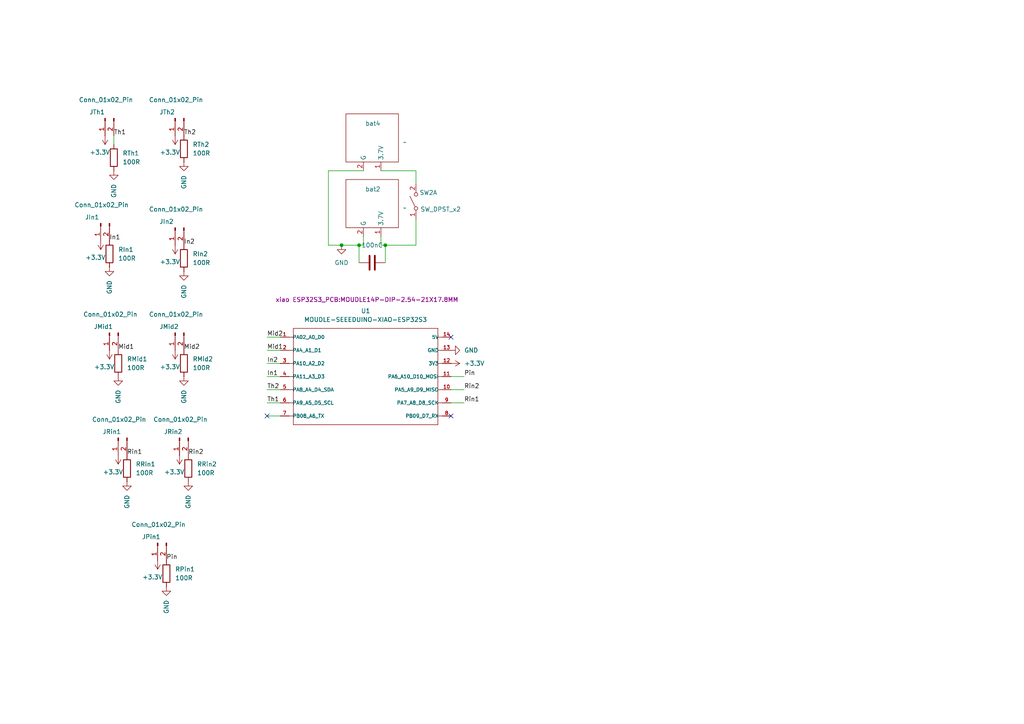
<source format=kicad_sch>
(kicad_sch (version 20250114) (generator "eeschema") (generator_version "9.0")
  (paper "A4")
  (lib_symbols
    (symbol "Connector:Conn_01x02_Pin" (pin_names (offset 1.016) (hide yes))
      (property "Reference" "J" (at 0 2.54 0))
      (property "Value" "Conn_01x02_Pin" (at 0 -5.08 0))
      (symbol "Conn_01x02_Pin_1_1"
        (rectangle (start 0.8636 0.127) (end 0 -0.127) (stroke (width 0.1524)) (fill (type outline)))
        (rectangle (start 0.8636 -2.413) (end 0 -2.667) (stroke (width 0.1524)) (fill (type outline)))
        (polyline (pts (xy 1.27 0) (xy 0.8636 0)) (stroke (width 0.1524)))
        (polyline (pts (xy 1.27 -2.54) (xy 0.8636 -2.54)) (stroke (width 0.1524)))
        (pin passive line (at 5.08 0 180) (length 3.81) (name "Pin_1") (number "1"))
        (pin passive line (at 5.08 -2.54 180) (length 3.81) (name "Pin_2") (number "2"))
      )
    )
    (symbol "Device:C" (pin_numbers (hide yes)) (pin_names (offset 0.254))
      (property "Reference" "C" (at 0.635 2.54 0))
      (property "Value" "C" (at 0.635 -2.54 0))
      (symbol "C_0_1"
        (polyline (pts (xy -2.032 0.762) (xy 2.032 0.762)) (stroke (width 0.508)))
        (polyline (pts (xy -2.032 -0.762) (xy 2.032 -0.762)) (stroke (width 0.508)))
      )
      (symbol "C_1_1"
        (pin passive line (at 0 3.81 270) (length 2.794) (name "~") (number "1"))
        (pin passive line (at 0 -3.81 90) (length 2.794) (name "~") (number "2"))
      )
    )
    (symbol "Device:R" (pin_numbers (hide yes)) (pin_names (offset 0))
      (property "Reference" "R" (at 2.032 0 90))
      (property "Value" "R" (at 0 0 90))
      (symbol "R_0_1"
        (rectangle (start -1.016 -2.54) (end 1.016 2.54) (stroke (width 0.254)))
      )
      (symbol "R_1_1"
        (pin passive line (at 0 3.81 270) (length 1.27) (name "~") (number "1"))
        (pin passive line (at 0 -3.81 90) (length 1.27) (name "~") (number "2"))
      )
    )
    (symbol "MOUDLE-SEEEDUINO-XIAO-ESP32S3:MOUDLE-SEEEDUINO-XIAO-ESP32S3" (pin_names (offset 1.016))
      (property "Reference" "U" (at -21.59 15.24 0))
      (property "Value" "MOUDLE-SEEEDUINO-XIAO-ESP32S3" (at -21.59 13.97 0))
      (symbol "MOUDLE-SEEEDUINO-XIAO-ESP32S3_0_0"
        (polyline (pts (xy -21.59 13.97) (xy 20.32 13.97)) (stroke (width 0.1524)))
        (polyline (pts (xy -21.59 11.43) (xy -22.86 11.43)) (stroke (width 0.1524)))
        (polyline (pts (xy -21.59 11.43) (xy -21.59 13.97)) (stroke (width 0.1524)))
        (polyline (pts (xy -21.59 7.62) (xy -22.86 7.62)) (stroke (width 0.1524)))
        (polyline (pts (xy -21.59 7.62) (xy -21.59 11.43)) (stroke (width 0.1524)))
        (polyline (pts (xy -21.59 3.81) (xy -22.86 3.81)) (stroke (width 0.1524)))
        (polyline (pts (xy -21.59 3.81) (xy -21.59 7.62)) (stroke (width 0.1524)))
        (polyline (pts (xy -21.59 0) (xy -22.86 0)) (stroke (width 0.1524)))
        (polyline (pts (xy -21.59 0) (xy -21.59 3.81)) (stroke (width 0.1524)))
        (polyline (pts (xy -21.59 -3.81) (xy -22.86 -3.81)) (stroke (width 0.1524)))
        (polyline (pts (xy -21.59 -7.62) (xy -22.86 -7.62)) (stroke (width 0.1524)))
        (polyline (pts (xy -21.59 -11.43) (xy -22.86 -11.43)) (stroke (width 0.1524)))
        (polyline (pts (xy -21.59 -13.97) (xy -21.59 0)) (stroke (width 0.1524)))
        (polyline (pts (xy 20.32 13.97) (xy 20.32 11.43)) (stroke (width 0.1524)))
        (polyline (pts (xy 20.32 11.43) (xy 20.32 7.62)) (stroke (width 0.1524)))
        (polyline (pts (xy 20.32 7.62) (xy 20.32 3.81)) (stroke (width 0.1524)))
        (polyline (pts (xy 20.32 3.81) (xy 20.32 -13.97)) (stroke (width 0.1524)))
        (polyline (pts (xy 20.32 -13.97) (xy -21.59 -13.97)) (stroke (width 0.1524)))
        (polyline (pts (xy 21.59 11.43) (xy 20.32 11.43)) (stroke (width 0.1524)))
        (polyline (pts (xy 21.59 7.62) (xy 20.32 7.62)) (stroke (width 0.1524)))
        (polyline (pts (xy 21.59 3.81) (xy 20.32 3.81)) (stroke (width 0.1524)))
        (polyline (pts (xy 21.59 0) (xy 20.32 0)) (stroke (width 0.1524)))
        (polyline (pts (xy 21.59 -3.81) (xy 20.32 -3.81)) (stroke (width 0.1524)))
        (polyline (pts (xy 21.59 -7.62) (xy 20.32 -7.62)) (stroke (width 0.1524)))
        (polyline (pts (xy 21.59 -11.43) (xy 20.32 -11.43)) (stroke (width 0.1524)))
        (pin bidirectional line (at -25.4 11.43 0) (length 2.54) (name "PA02_A0_D0") (number "1"))
        (pin bidirectional line (at -25.4 7.62 0) (length 2.54) (name "PA4_A1_D1") (number "2"))
        (pin bidirectional line (at -25.4 3.81 0) (length 2.54) (name "PA10_A2_D2") (number "3"))
        (pin bidirectional line (at -25.4 0 0) (length 2.54) (name "PA11_A3_D3") (number "4"))
        (pin bidirectional line (at -25.4 -3.81 0) (length 2.54) (name "PA8_A4_D4_SDA") (number "5"))
        (pin bidirectional line (at -25.4 -7.62 0) (length 2.54) (name "PA9_A5_D5_SCL") (number "6"))
        (pin bidirectional line (at 24.13 0 180) (length 2.54) (name "PA6_A10_D10_MOSI") (number "11"))
        (pin bidirectional line (at 24.13 -3.81 180) (length 2.54) (name "PA5_A9_D9_MISO") (number "10"))
        (pin bidirectional line (at 24.13 -7.62 180) (length 2.54) (name "PA7_A8_D8_SCK") (number "9"))
      )
      (symbol "MOUDLE-SEEEDUINO-XIAO-ESP32S3_1_0"
        (pin bidirectional line (at -25.4 -11.43 0) (length 2.54) (name "PB08_A6_TX") (number "7"))
        (pin power_out line (at 24.13 11.43 180) (length 2.54) (name "5V") (number "14"))
        (pin power_out line (at 24.13 7.62 180) (length 2.54) (name "GND") (number "13"))
        (pin power_out line (at 24.13 3.81 180) (length 2.54) (name "3V3") (number "12"))
        (pin bidirectional line (at 24.13 -11.43 180) (length 2.54) (name "PB09_D7_RX") (number "8"))
      )
    )
    (symbol "Switch:SW_DPST_x2" (pin_names (offset 0) (hide yes))
      (property "Reference" "SW" (at 0 3.175 0))
      (property "Value" "SW_DPST_x2" (at 0 -2.54 0))
      (symbol "SW_DPST_x2_0_0"
        (circle (center -2.032 0) (radius 0.508))
        (polyline (pts (xy -1.524 0.254) (xy 1.524 1.778)))
        (circle (center 2.032 0) (radius 0.508))
      )
      (symbol "SW_DPST_x2_1_1"
        (pin passive line (at -5.08 0 0) (length 2.54) (name "A") (number "1"))
        (pin passive line (at 5.08 0 180) (length 2.54) (name "B") (number "2"))
      )
      (symbol "SW_DPST_x2_2_1"
        (pin passive line (at -5.08 0 0) (length 2.54) (name "A") (number "3"))
        (pin passive line (at 5.08 0 180) (length 2.54) (name "B") (number "4"))
      )
    )
    (symbol "extra:BAT"
      (property "Reference" "bat" (at 0 0 0))
      (symbol "BAT_0_1"
        (rectangle (start -7.62 6.35) (end 7.62 -7.62))
      )
      (symbol "BAT_1_1"
        (pin input line (at -2.54 8.89 270) (length 2.54) (name "3.7V") (number "1"))
        (pin input line (at 2.54 8.89 270) (length 2.54) (name "G") (number "2"))
      )
    )
    (symbol "power:+3.3V" (power) (pin_numbers (hide yes)) (pin_names (offset 0) (hide yes))
      (property "Value" "+3.3V" (at 0 3.556 0))
      (symbol "+3.3V_0_1"
        (polyline (pts (xy -0.762 1.27) (xy 0 2.54)))
        (polyline (pts (xy 0 2.54) (xy 0.762 1.27)))
        (polyline (pts (xy 0 0) (xy 0 2.54)))
      )
      (symbol "+3.3V_1_1"
        (pin power_in line (at 0 0 90) (length 0) (name "~") (number "1"))
      )
    )
    (symbol "power:GND" (power) (pin_numbers (hide yes)) (pin_names (offset 0) (hide yes))
      (property "Value" "GND" (at 0 -3.81 0))
      (symbol "GND_0_1"
        (polyline (pts (xy 0 0) (xy 0 -1.27) (xy 1.27 -1.27) (xy 0 -2.54) (xy -1.27 -1.27) (xy 0 -1.27)))
      )
      (symbol "GND_1_1"
        (pin power_in line (at 0 0 270) (length 0) (name "~") (number "1"))
      )
    )
  )
  (junction (at 99.06 71.12))
  (junction (at 111.76 71.12))
  (junction (at 104.14 71.12))
  (no_connect (at 130.81 97.79))
  (no_connect (at 77.47 120.65))
  (no_connect (at 130.81 120.65))
  (wire (pts (xy 77.47 109.22) (xy 81.28 109.22)))
  (wire (pts (xy 104.14 71.12) (xy 104.14 76.2)))
  (wire (pts (xy 77.47 120.65) (xy 81.28 120.65)))
  (wire (pts (xy 130.81 116.84) (xy 134.62 116.84)))
  (wire (pts (xy 110.49 49.53) (xy 120.65 49.53)))
  (wire (pts (xy 111.76 71.12) (xy 120.65 71.12)))
  (wire (pts (xy 77.47 97.79) (xy 81.28 97.79)))
  (wire (pts (xy 130.81 109.22) (xy 134.62 109.22)))
  (wire (pts (xy 120.65 63.5) (xy 120.65 71.12)))
  (wire (pts (xy 105.41 49.53) (xy 95.25 49.53)))
  (wire (pts (xy 99.06 71.12) (xy 104.14 71.12)))
  (wire (pts (xy 120.65 49.53) (xy 120.65 53.34)))
  (wire (pts (xy 104.14 71.12) (xy 105.41 71.12)))
  (wire (pts (xy 95.25 71.12) (xy 99.06 71.12)))
  (wire (pts (xy 33.02 41.91) (xy 33.02 39.37)))
  (wire (pts (xy 77.47 116.84) (xy 81.28 116.84)))
  (wire (pts (xy 95.25 49.53) (xy 95.25 71.12)))
  (wire (pts (xy 130.81 113.03) (xy 134.62 113.03)))
  (wire (pts (xy 111.76 71.12) (xy 111.76 76.2)))
  (wire (pts (xy 105.41 71.12) (xy 105.41 68.58)))
  (wire (pts (xy 77.47 105.41) (xy 81.28 105.41)))
  (wire (pts (xy 77.47 101.6) (xy 81.28 101.6)))
  (wire (pts (xy 111.76 71.12) (xy 110.49 71.12)))
  (wire (pts (xy 77.47 113.03) (xy 81.28 113.03)))
  (wire (pts (xy 110.49 71.12) (xy 110.49 68.58)))
  (label "Mid2" (at 77.47 97.79 0))
  (label "Th1" (at 33.02 39.37 0))
  (label "Th2" (at 77.47 113.03 0))
  (label "Mid1" (at 34.29 101.6 0))
  (label "In2" (at 77.47 105.41 0))
  (label "In1" (at 77.47 109.22 0))
  (label "Pin" (at 48.26 162.56 0))
  (label "In2" (at 53.34 71.12 0))
  (label "Th1" (at 77.47 116.84 0))
  (label "Rin2" (at 54.61 132.08 0))
  (label "Mid2" (at 53.34 101.6 0))
  (label "Rin1" (at 134.62 116.84 0))
  (label "Pin" (at 134.62 109.22 0))
  (label "In1" (at 31.75 69.85 0))
  (label "Th2" (at 53.34 39.37 0))
  (label "Mid1" (at 77.47 101.6 0))
  (label "Rin2" (at 134.62 113.03 0))
  (label "Rin1" (at 36.83 132.08 0))
  (symbol (lib_id "MOUDLE-SEEEDUINO-XIAO-ESP32S3:MOUDLE-SEEEDUINO-XIAO-ESP32S3") (at 106.68 109.22 0) (unit 1)
    (property "Reference" "U1" (at 106.045 90.17 0))
    (property "Value" "MOUDLE-SEEEDUINO-XIAO-ESP32S3" (at 106.045 92.71 0))
    (property "Footprint" "xiao ESP32S3_PCB:MOUDLE14P-DIP-2.54-21X17.8MM" (at 106.426 87.63 0) (effects (justify bottom)))
  )
  (symbol (lib_id "Device:R") (at 53.34 74.93 0) (unit 1)
    (property "Reference" "RIn2" (at 55.88 73.6599 0) (effects (justify left)))
    (property "Value" "100R" (at 55.88 76.1999 0) (effects (justify left)))
    (property "Footprint" "Resistor_THT:R_Axial_DIN0204_L3.6mm_D1.6mm_P1.90mm_Vertical" (effects (hide yes)))
    (property "Description" "Resistor" (effects (hide yes)))
  )
  (symbol (lib_id "extra:BAT") (at 107.95 40.64 180) (unit 1)
    (property "Reference" "bat4" (at 105.918 35.814 0) (effects (justify right)))
    (property "Value" "~" (at 116.84 41.275 0) (effects (justify right)))
    (property "Footprint" "Connector_JST:JST_PH_B2B-PH-K_1x02_P2.00mm_Vertical" (effects (hide yes)))
  )
  (symbol (lib_id "Device:R") (at 36.83 135.89 0) (unit 1)
    (property "Reference" "RRin1" (at 39.37 134.6199 0) (effects (justify left)))
    (property "Value" "100R" (at 39.37 137.1599 0) (effects (justify left)))
    (property "Footprint" "Resistor_THT:R_Axial_DIN0204_L3.6mm_D1.6mm_P1.90mm_Vertical" (effects (hide yes)))
    (property "Description" "Resistor" (effects (hide yes)))
  )
  (symbol (lib_id "power:+3.3V") (at 30.48 39.37 180) (unit 1)
    (property "Reference" "#PWR04" (effects (hide yes)))
    (property "Value" "+3.3V" (at 28.956 44.196 0))
    (property "Description" "Power symbol creates a global label with name \"+3.3V\"" (effects (hide yes)))
  )
  (symbol (lib_id "Device:R") (at 31.75 73.66 0) (unit 1)
    (property "Reference" "RIn1" (at 34.29 72.3899 0) (effects (justify left)))
    (property "Value" "100R" (at 34.29 74.9299 0) (effects (justify left)))
    (property "Footprint" "Resistor_THT:R_Axial_DIN0204_L3.6mm_D1.6mm_P1.90mm_Vertical" (effects (hide yes)))
    (property "Description" "Resistor" (effects (hide yes)))
  )
  (symbol (lib_id "Connector:Conn_01x02_Pin") (at 50.8 96.52 90) (mirror x) (unit 1)
    (property "Reference" "JMid2" (at 46.228 94.742 90) (effects (justify right)))
    (property "Value" "Conn_01x02_Pin" (at 43.18 91.186 90) (effects (justify right)))
    (property "Footprint" "Connector_JST:JST_XH_S2B-XH-A_1x02_P2.50mm_Horizontal" (effects (hide yes)))
    (property "Description" "Generic connector, single row, 01x02, script generated" (effects (hide yes)))
  )
  (symbol (lib_id "Connector:Conn_01x02_Pin") (at 50.8 66.04 90) (mirror x) (unit 1)
    (property "Reference" "JIn2" (at 46.228 64.262 90) (effects (justify right)))
    (property "Value" "Conn_01x02_Pin" (at 43.18 60.706 90) (effects (justify right)))
    (property "Footprint" "Connector_JST:JST_XH_S2B-XH-A_1x02_P2.50mm_Horizontal" (effects (hide yes)))
    (property "Description" "Generic connector, single row, 01x02, script generated" (effects (hide yes)))
  )
  (symbol (lib_id "Switch:SW_DPST_x2") (at 120.65 58.42 90) (unit 1)
    (property "Reference" "SW2" (at 121.666 55.88 90) (effects (justify right)))
    (property "Value" "SW_DPST_x2" (at 121.92 60.706 90) (effects (justify right)))
    (property "Footprint" "Connector_JST:JST_PH_B2B-PH-K_1x02_P2.00mm_Vertical" (effects (hide yes)))
    (property "Description" "Single Pole Single Throw (SPST) switch, separate symbol" (effects (hide yes)))
  )
  (symbol (lib_id "Connector:Conn_01x02_Pin") (at 50.8 34.29 90) (mirror x) (unit 1)
    (property "Reference" "JTh2" (at 46.228 32.512 90) (effects (justify right)))
    (property "Value" "Conn_01x02_Pin" (at 43.18 28.956 90) (effects (justify right)))
    (property "Footprint" "Connector_JST:JST_XH_S2B-XH-A_1x02_P2.50mm_Horizontal" (effects (hide yes)))
    (property "Description" "Generic connector, single row, 01x02, script generated" (effects (hide yes)))
  )
  (symbol (lib_id "power:GND") (at 34.29 109.22 0) (unit 1)
    (property "Reference" "#PWR018" (effects (hide yes)))
    (property "Value" "GND" (at 34.2901 113.03 90) (effects (justify right)))
    (property "Description" "Power symbol creates a global label with name \"GND\" , ground" (effects (hide yes)))
  )
  (symbol (lib_id "power:GND") (at 31.75 77.47 0) (unit 1)
    (property "Reference" "#PWR08" (effects (hide yes)))
    (property "Value" "GND" (at 31.7501 81.28 90) (effects (justify right)))
    (property "Description" "Power symbol creates a global label with name \"GND\" , ground" (effects (hide yes)))
  )
  (symbol (lib_id "power:+3.3V") (at 29.21 69.85 180) (unit 1)
    (property "Reference" "#PWR06" (effects (hide yes)))
    (property "Value" "+3.3V" (at 27.686 74.676 0))
    (property "Description" "Power symbol creates a global label with name \"+3.3V\"" (effects (hide yes)))
  )
  (symbol (lib_id "Connector:Conn_01x02_Pin") (at 52.07 127 90) (mirror x) (unit 1)
    (property "Reference" "JRin2" (at 47.498 125.222 90) (effects (justify right)))
    (property "Value" "Conn_01x02_Pin" (at 44.45 121.666 90) (effects (justify right)))
    (property "Footprint" "Connector_JST:JST_XH_S2B-XH-A_1x02_P2.50mm_Horizontal" (effects (hide yes)))
    (property "Description" "Generic connector, single row, 01x02, script generated" (effects (hide yes)))
  )
  (symbol (lib_id "power:+3.3V") (at 34.29 132.08 180) (unit 1)
    (property "Reference" "#PWR013" (effects (hide yes)))
    (property "Value" "+3.3V" (at 32.766 136.906 0))
    (property "Description" "Power symbol creates a global label with name \"+3.3V\"" (effects (hide yes)))
  )
  (symbol (lib_id "power:+3.3V") (at 52.07 132.08 180) (unit 1)
    (property "Reference" "#PWR011" (effects (hide yes)))
    (property "Value" "+3.3V" (at 50.546 136.906 0))
    (property "Description" "Power symbol creates a global label with name \"+3.3V\"" (effects (hide yes)))
  )
  (symbol (lib_id "power:+3.3V") (at 50.8 71.12 180) (unit 1)
    (property "Reference" "#PWR09" (effects (hide yes)))
    (property "Value" "+3.3V" (at 49.276 75.946 0))
    (property "Description" "Power symbol creates a global label with name \"+3.3V\"" (effects (hide yes)))
  )
  (symbol (lib_id "Device:R") (at 53.34 43.18 0) (unit 1)
    (property "Reference" "RTh2" (at 55.88 41.9099 0) (effects (justify left)))
    (property "Value" "100R" (at 55.88 44.4499 0) (effects (justify left)))
    (property "Footprint" "Resistor_THT:R_Axial_DIN0204_L3.6mm_D1.6mm_P1.90mm_Vertical" (effects (hide yes)))
    (property "Description" "Resistor" (effects (hide yes)))
  )
  (symbol (lib_id "Device:R") (at 54.61 135.89 0) (unit 1)
    (property "Reference" "RRin2" (at 57.15 134.6199 0) (effects (justify left)))
    (property "Value" "100R" (at 57.15 137.1599 0) (effects (justify left)))
    (property "Footprint" "Resistor_THT:R_Axial_DIN0204_L3.6mm_D1.6mm_P1.90mm_Vertical" (effects (hide yes)))
    (property "Description" "Resistor" (effects (hide yes)))
  )
  (symbol (lib_id "power:GND") (at 48.26 170.18 0) (unit 1)
    (property "Reference" "#PWR020" (effects (hide yes)))
    (property "Value" "GND" (at 48.2601 173.99 90) (effects (justify right)))
    (property "Description" "Power symbol creates a global label with name \"GND\" , ground" (effects (hide yes)))
  )
  (symbol (lib_id "power:GND") (at 53.34 46.99 0) (unit 1)
    (property "Reference" "#PWR05" (effects (hide yes)))
    (property "Value" "GND" (at 53.3401 50.8 90) (effects (justify right)))
    (property "Description" "Power symbol creates a global label with name \"GND\" , ground" (effects (hide yes)))
  )
  (symbol (lib_id "Connector:Conn_01x02_Pin") (at 31.75 96.52 90) (mirror x) (unit 1)
    (property "Reference" "JMid1" (at 27.178 94.742 90) (effects (justify right)))
    (property "Value" "Conn_01x02_Pin" (at 24.13 91.186 90) (effects (justify right)))
    (property "Footprint" "Connector_JST:JST_XH_S2B-XH-A_1x02_P2.50mm_Horizontal" (effects (hide yes)))
    (property "Description" "Generic connector, single row, 01x02, script generated" (effects (hide yes)))
  )
  (symbol (lib_id "power:+3.3V") (at 45.72 162.56 180) (unit 1)
    (property "Reference" "#PWR019" (effects (hide yes)))
    (property "Value" "+3.3V" (at 44.196 167.386 0))
    (property "Description" "Power symbol creates a global label with name \"+3.3V\"" (effects (hide yes)))
  )
  (symbol (lib_id "power:GND") (at 36.83 139.7 0) (unit 1)
    (property "Reference" "#PWR014" (effects (hide yes)))
    (property "Value" "GND" (at 36.8301 143.51 90) (effects (justify right)))
    (property "Description" "Power symbol creates a global label with name \"GND\" , ground" (effects (hide yes)))
  )
  (symbol (lib_id "Device:C") (at 107.95 76.2 270) (unit 1)
    (property "Reference" "C2" (effects (hide yes)))
    (property "Value" "100nC" (at 107.95 71.12 90))
    (property "Footprint" "Capacitor_THT:C_Disc_D3.0mm_W2.0mm_P2.50mm" (effects (hide yes)))
    (property "Description" "Unpolarized capacitor" (effects (hide yes)))
  )
  (symbol (lib_id "power:GND") (at 53.34 109.22 0) (unit 1)
    (property "Reference" "#PWR016" (effects (hide yes)))
    (property "Value" "GND" (at 53.3401 113.03 90) (effects (justify right)))
    (property "Description" "Power symbol creates a global label with name \"GND\" , ground" (effects (hide yes)))
  )
  (symbol (lib_id "Device:R") (at 53.34 105.41 0) (unit 1)
    (property "Reference" "RMid2" (at 55.88 104.1399 0) (effects (justify left)))
    (property "Value" "100R" (at 55.88 106.6799 0) (effects (justify left)))
    (property "Footprint" "Resistor_THT:R_Axial_DIN0204_L3.6mm_D1.6mm_P1.90mm_Vertical" (effects (hide yes)))
    (property "Description" "Resistor" (effects (hide yes)))
  )
  (symbol (lib_id "power:+3.3V") (at 50.8 101.6 180) (unit 1)
    (property "Reference" "#PWR015" (effects (hide yes)))
    (property "Value" "+3.3V" (at 49.276 106.426 0))
    (property "Description" "Power symbol creates a global label with name \"+3.3V\"" (effects (hide yes)))
  )
  (symbol (lib_id "power:+3.3V") (at 130.81 105.41 270) (unit 1)
    (property "Reference" "#PWR03" (effects (hide yes)))
    (property "Value" "+3.3V" (at 134.62 105.4099 90) (effects (justify left)))
    (property "Description" "Power symbol creates a global label with name \"+3.3V\"" (effects (hide yes)))
  )
  (symbol (lib_id "power:GND") (at 53.34 78.74 0) (unit 1)
    (property "Reference" "#PWR010" (effects (hide yes)))
    (property "Value" "GND" (at 53.3401 82.55 90) (effects (justify right)))
    (property "Description" "Power symbol creates a global label with name \"GND\" , ground" (effects (hide yes)))
  )
  (symbol (lib_id "power:+3.3V") (at 50.8 39.37 180) (unit 1)
    (property "Reference" "#PWR02" (effects (hide yes)))
    (property "Value" "+3.3V" (at 49.276 44.196 0))
    (property "Description" "Power symbol creates a global label with name \"+3.3V\"" (effects (hide yes)))
  )
  (symbol (lib_id "Device:R") (at 33.02 45.72 0) (unit 1)
    (property "Reference" "RTh1" (at 35.56 44.4499 0) (effects (justify left)))
    (property "Value" "100R" (at 35.56 46.9899 0) (effects (justify left)))
    (property "Footprint" "Resistor_THT:R_Axial_DIN0204_L3.6mm_D1.6mm_P1.90mm_Vertical" (effects (hide yes)))
    (property "Description" "Resistor" (effects (hide yes)))
  )
  (symbol (lib_id "Connector:Conn_01x02_Pin") (at 45.72 157.48 90) (mirror x) (unit 1)
    (property "Reference" "JPin1" (at 41.148 155.702 90) (effects (justify right)))
    (property "Value" "Conn_01x02_Pin" (at 38.1 152.146 90) (effects (justify right)))
    (property "Footprint" "Connector_JST:JST_XH_S2B-XH-A_1x02_P2.50mm_Horizontal" (effects (hide yes)))
    (property "Description" "Generic connector, single row, 01x02, script generated" (effects (hide yes)))
  )
  (symbol (lib_id "Connector:Conn_01x02_Pin") (at 30.48 34.29 90) (mirror x) (unit 1)
    (property "Reference" "JTh1" (at 25.908 32.512 90) (effects (justify right)))
    (property "Value" "Conn_01x02_Pin" (at 22.86 28.956 90) (effects (justify right)))
    (property "Footprint" "Connector_JST:JST_XH_S2B-XH-A_1x02_P2.50mm_Horizontal" (effects (hide yes)))
    (property "Description" "Generic connector, single row, 01x02, script generated" (effects (hide yes)))
  )
  (symbol (lib_id "power:GND") (at 130.81 101.6 90) (unit 1)
    (property "Reference" "#PWR07" (effects (hide yes)))
    (property "Value" "GND" (at 134.62 101.5999 90) (effects (justify right)))
    (property "Description" "Power symbol creates a global label with name \"GND\" , ground" (effects (hide yes)))
  )
  (symbol (lib_id "Connector:Conn_01x02_Pin") (at 29.21 64.77 90) (mirror x) (unit 1)
    (property "Reference" "JIn1" (at 24.638 62.992 90) (effects (justify right)))
    (property "Value" "Conn_01x02_Pin" (at 21.59 59.436 90) (effects (justify right)))
    (property "Footprint" "Connector_JST:JST_XH_S2B-XH-A_1x02_P2.50mm_Horizontal" (effects (hide yes)))
    (property "Description" "Generic connector, single row, 01x02, script generated" (effects (hide yes)))
  )
  (symbol (lib_id "power:GND") (at 33.02 49.53 0) (unit 1)
    (property "Reference" "#PWR01" (effects (hide yes)))
    (property "Value" "GND" (at 33.0201 53.34 90) (effects (justify right)))
    (property "Description" "Power symbol creates a global label with name \"GND\" , ground" (effects (hide yes)))
  )
  (symbol (lib_id "Device:R") (at 48.26 166.37 0) (unit 1)
    (property "Reference" "RPin1" (at 50.8 165.0999 0) (effects (justify left)))
    (property "Value" "100R" (at 50.8 167.6399 0) (effects (justify left)))
    (property "Footprint" "Resistor_THT:R_Axial_DIN0204_L3.6mm_D1.6mm_P1.90mm_Vertical" (effects (hide yes)))
    (property "Description" "Resistor" (effects (hide yes)))
  )
  (symbol (lib_id "power:+3.3V") (at 31.75 101.6 180) (unit 1)
    (property "Reference" "#PWR017" (effects (hide yes)))
    (property "Value" "+3.3V" (at 30.226 106.426 0))
    (property "Description" "Power symbol creates a global label with name \"+3.3V\"" (effects (hide yes)))
  )
  (symbol (lib_id "power:GND") (at 99.06 71.12 0) (unit 1)
    (property "Reference" "#PWR022" (effects (hide yes)))
    (property "Value" "GND" (at 99.06 76.2 0))
    (property "Description" "Power symbol creates a global label with name \"GND\" , ground" (effects (hide yes)))
  )
  (symbol (lib_id "extra:BAT") (at 107.95 59.69 180) (unit 1)
    (property "Reference" "bat2" (at 105.918 54.864 0) (effects (justify right)))
    (property "Value" "~" (at 116.84 60.325 0) (effects (justify right)))
    (property "Footprint" "Connector_JST:JST_PH_B2B-PH-K_1x02_P2.00mm_Vertical" (effects (hide yes)))
  )
  (symbol (lib_id "power:GND") (at 54.61 139.7 0) (unit 1)
    (property "Reference" "#PWR012" (effects (hide yes)))
    (property "Value" "GND" (at 54.6101 143.51 90) (effects (justify right)))
    (property "Description" "Power symbol creates a global label with name \"GND\" , ground" (effects (hide yes)))
  )
  (symbol (lib_id "Device:R") (at 34.29 105.41 0) (unit 1)
    (property "Reference" "RMid1" (at 36.83 104.1399 0) (effects (justify left)))
    (property "Value" "100R" (at 36.83 106.6799 0) (effects (justify left)))
    (property "Footprint" "Resistor_THT:R_Axial_DIN0204_L3.6mm_D1.6mm_P1.90mm_Vertical" (effects (hide yes)))
    (property "Description" "Resistor" (effects (hide yes)))
  )
  (symbol (lib_id "Connector:Conn_01x02_Pin") (at 34.29 127 90) (mirror x) (unit 1)
    (property "Reference" "JRin1" (at 29.718 125.222 90) (effects (justify right)))
    (property "Value" "Conn_01x02_Pin" (at 26.67 121.666 90) (effects (justify right)))
    (property "Footprint" "Connector_JST:JST_XH_S2B-XH-A_1x02_P2.50mm_Horizontal" (effects (hide yes)))
    (property "Description" "Generic connector, single row, 01x02, script generated" (effects (hide yes)))
  )
)
</source>
